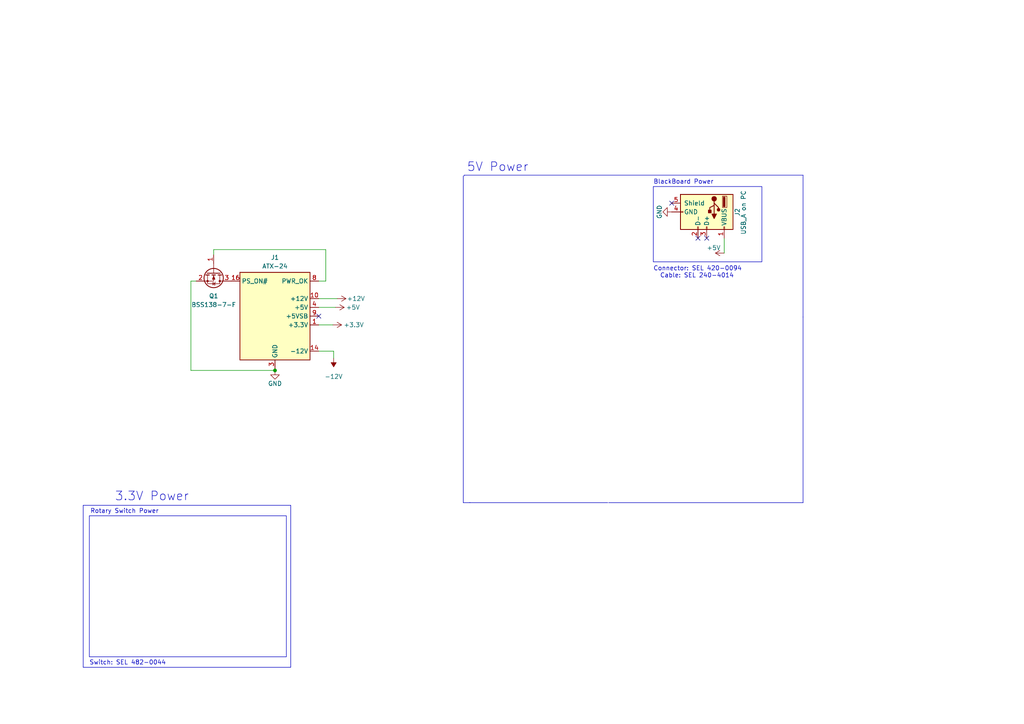
<source format=kicad_sch>
(kicad_sch (version 20230121) (generator eeschema)
  (paper "A4")
  (title_block (title "I/O Power") (date "2023-07-19") (rev "2") (company "Washington State University"))
  (lib_symbols
    (symbol "Connector:ATX-24"
      (property "Reference" "J3" (at 0 17.018 0))
      (property "Value" "ATX-24" (at 0 14.478 0))
      (symbol "ATX-24_0_1"
        (rectangle (start -10.16 12.7) (end 10.16 -12.7) (stroke (width 0.254)) (fill (type background)))
      )
      (symbol "ATX-24_1_1"
        (pin power_out line (at 12.7 -2.54 180) (length 2.54) (name "+3.3V") (number "1"))
        (pin power_out line (at 12.7 5.08 180) (length 2.54) (name "+12V") (number "10"))
        (pin power_out line (at 12.7 -10.16 180) (length 2.54) (name "-12V") (number "14"))
        (pin open_collector line (at -12.7 10.16 0) (length 2.54) (name "PS_ON#") (number "16"))
        (pin power_in line (at 0 -15.24 90) (length 2.54) (name "GND") (number "3"))
        (pin power_out line (at 12.7 2.54 180) (length 2.54) (name "+5V") (number "4"))
        (pin output line (at 12.7 10.16 180) (length 2.54) (name "PWR_OK") (number "8"))
        (pin power_out line (at 12.7 0 180) (length 2.54) (name "+5VSB") (number "9"))
      )
    )
    (symbol "Connector:USB_A" (pin_names (offset 1.016))
      (property "Reference" "J" (at -5.08 11.43 0))
      (property "Value" "USB_A" (at -5.08 8.89 0))
      (symbol "USB_A_0_1"
        (rectangle (start -5.08 -7.62) (end 5.08 7.62) (stroke (width 0.254)) (fill (type background)))
        (circle (center -3.81 2.159) (radius 0.635) (stroke (width 0.254)) (fill (type outline)))
        (rectangle (start -1.524 4.826) (end -4.318 5.334) (fill (type outline)))
        (rectangle (start -1.27 4.572) (end -4.572 5.842))
        (circle (center -0.635 3.429) (radius 0.381) (stroke (width 0.254)) (fill (type outline)))
        (rectangle (start -0.127 -7.62) (end 0.127 -6.858))
        (polyline (pts (xy -3.175 2.159) (xy -2.54 2.159) (xy -1.27 3.429) (xy -0.635 3.429)) (stroke (width 0.254)))
        (polyline (pts (xy -2.54 2.159) (xy -1.905 2.159) (xy -1.27 0.889) (xy 0 0.889)) (stroke (width 0.254)))
        (polyline (pts (xy 0.635 2.794) (xy 0.635 1.524) (xy 1.905 2.159) (xy 0.635 2.794)) (stroke (width 0.254)) (fill (type outline)))
        (rectangle (start 0.254 1.27) (end -0.508 0.508) (stroke (width 0.254)) (fill (type outline)))
        (rectangle (start 5.08 -2.667) (end 4.318 -2.413))
        (rectangle (start 5.08 -0.127) (end 4.318 0.127))
        (rectangle (start 5.08 4.953) (end 4.318 5.207))
      )
      (symbol "USB_A_1_1"
        (polyline (pts (xy -1.905 2.159) (xy 0.635 2.159)) (stroke (width 0.254)))
        (pin power_in line (at 7.62 5.08 180) (length 2.54) (name "VBUS") (number "1"))
        (pin bidirectional line (at 7.62 -2.54 180) (length 2.54) (name "D-") (number "2"))
        (pin bidirectional line (at 7.62 0 180) (length 2.54) (name "D+") (number "3"))
        (pin power_in line (at 0 -10.16 90) (length 2.54) (name "GND") (number "4"))
        (pin passive line (at -2.54 -10.16 90) (length 2.54) (name "Shield") (number "5"))
      )
    )
    (symbol "Transistor_FET:BSS138" (pin_names hide)
      (property "Reference" "Q" (at 5.08 1.905 0))
      (property "Value" "BSS138" (at 5.08 0 0))
      (symbol "BSS138_0_1"
        (polyline (pts (xy 0.254 0) (xy -2.54 0)))
        (polyline (pts (xy 0.254 1.905) (xy 0.254 -1.905)) (stroke (width 0.254)))
        (polyline (pts (xy 0.762 -1.27) (xy 0.762 -2.286)) (stroke (width 0.254)))
        (polyline (pts (xy 0.762 0.508) (xy 0.762 -0.508)) (stroke (width 0.254)))
        (polyline (pts (xy 0.762 2.286) (xy 0.762 1.27)) (stroke (width 0.254)))
        (polyline (pts (xy 2.54 2.54) (xy 2.54 1.778)))
        (polyline (pts (xy 2.54 -2.54) (xy 2.54 0) (xy 0.762 0)))
        (polyline (pts (xy 0.762 -1.778) (xy 3.302 -1.778) (xy 3.302 1.778) (xy 0.762 1.778)))
        (polyline (pts (xy 1.016 0) (xy 2.032 0.381) (xy 2.032 -0.381) (xy 1.016 0)) (fill (type outline)))
        (polyline (pts (xy 2.794 0.508) (xy 2.921 0.381) (xy 3.683 0.381) (xy 3.81 0.254)))
        (polyline (pts (xy 3.302 0.381) (xy 2.921 -0.254) (xy 3.683 -0.254) (xy 3.302 0.381)))
        (circle (center 1.651 0) (radius 2.794) (stroke (width 0.254)))
        (circle (center 2.54 -1.778) (radius 0.254) (fill (type outline)))
        (circle (center 2.54 1.778) (radius 0.254) (fill (type outline)))
      )
      (symbol "BSS138_1_1"
        (pin input line (at -5.08 0 0) (length 2.54) (name "G") (number "1"))
        (pin passive line (at 2.54 -5.08 90) (length 2.54) (name "S") (number "2"))
        (pin passive line (at 2.54 5.08 270) (length 2.54) (name "D") (number "3"))
      )
    )
    (symbol "power:+12V" (power) (pin_names (offset 0))
      (property "Value" "+12V" (at 0 3.556 0))
      (symbol "+12V_0_1"
        (polyline (pts (xy -0.762 1.27) (xy 0 2.54)))
        (polyline (pts (xy 0 0) (xy 0 2.54)))
        (polyline (pts (xy 0 2.54) (xy 0.762 1.27)))
      )
      (symbol "+12V_1_1"
        (pin power_in line (at 0 0 90) (length 0) hide (name "+12V") (number "1"))
      )
    )
    (symbol "power:+3.3V" (power) (pin_names (offset 0))
      (property "Value" "+3.3V" (at 0 3.556 0))
      (symbol "+3.3V_0_1"
        (polyline (pts (xy -0.762 1.27) (xy 0 2.54)))
        (polyline (pts (xy 0 0) (xy 0 2.54)))
        (polyline (pts (xy 0 2.54) (xy 0.762 1.27)))
      )
      (symbol "+3.3V_1_1"
        (pin power_in line (at 0 0 90) (length 0) hide (name "+3.3V") (number "1"))
      )
    )
    (symbol "power:+5V" (power) (pin_names (offset 0))
      (property "Value" "+5V" (at 0 3.556 0))
      (symbol "+5V_0_1"
        (polyline (pts (xy -0.762 1.27) (xy 0 2.54)))
        (polyline (pts (xy 0 0) (xy 0 2.54)))
        (polyline (pts (xy 0 2.54) (xy 0.762 1.27)))
      )
      (symbol "+5V_1_1"
        (pin power_in line (at 0 0 90) (length 0) hide (name "+5V") (number "1"))
      )
    )
    (symbol "power:-12V" (power) (pin_names (offset 0))
      (property "Value" "-12V" (at 0 3.81 0))
      (symbol "-12V_0_0"
        (pin power_in line (at 0 0 90) (length 0) hide (name "-12V") (number "1"))
      )
      (symbol "-12V_0_1"
        (polyline (pts (xy 0 0) (xy 0 1.27) (xy 0.762 1.27) (xy 0 2.54) (xy -0.762 1.27) (xy 0 1.27)) (fill (type outline)))
      )
    )
    (symbol "power:GND" (power) (pin_names (offset 0))
      (property "Value" "GND" (at 0 -3.81 0))
      (symbol "GND_0_1"
        (polyline (pts (xy 0 0) (xy 0 -1.27) (xy 1.27 -1.27) (xy 0 -2.54) (xy -1.27 -1.27) (xy 0 -1.27)))
      )
      (symbol "GND_1_1"
        (pin power_in line (at 0 0 270) (length 0) hide (name "GND") (number "1"))
      )
    )
  )
  (junction (at 79.756 107.442))
  (no_connect (at 202.438 69.088))
  (no_connect (at 204.978 69.088))
  (no_connect (at 92.456 91.694))
  (no_connect (at 194.818 58.928))
  (polyline (pts (xy 232.918 145.796) (xy 232.918 91.948)))
  (polyline (pts (xy 24.13 146.558) (xy 24.13 193.548)))
  (polyline (pts (xy 136.144 145.796) (xy 176.276 145.796)))
  (wire (pts (xy 96.52 94.234) (xy 92.456 94.234)))
  (wire (pts (xy 210.058 69.088) (xy 210.058 73.406)))
  (wire (pts (xy 94.488 72.39) (xy 94.488 81.534)))
  (wire (pts (xy 61.976 72.39) (xy 94.488 72.39)))
  (wire (pts (xy 55.372 81.534) (xy 55.372 107.442)))
  (wire (pts (xy 92.456 101.854) (xy 96.774 101.854)))
  (wire (pts (xy 97.282 89.154) (xy 92.456 89.154)))
  (polyline (pts (xy 24.13 193.548) (xy 84.328 193.548)))
  (polyline (pts (xy 134.366 51.054) (xy 134.366 145.796)))
  (wire (pts (xy 94.488 81.534) (xy 92.456 81.534)))
  (wire (pts (xy 97.79 86.614) (xy 92.456 86.614)))
  (polyline (pts (xy 232.918 145.796) (xy 176.53 145.796)))
  (polyline (pts (xy 24.13 146.558) (xy 84.328 146.558)))
  (polyline (pts (xy 84.328 146.558) (xy 84.328 193.548)))
  (wire (pts (xy 96.774 101.854) (xy 96.774 103.886)))
  (wire (pts (xy 61.976 72.39) (xy 61.976 73.914)))
  (polyline (pts (xy 232.918 50.8) (xy 134.62 50.8)))
  (wire (pts (xy 79.756 107.442) (xy 79.756 106.934)))
  (polyline (pts (xy 134.62 50.8) (xy 134.62 51.054)))
  (wire (pts (xy 55.372 81.534) (xy 56.896 81.534)))
  (polyline (pts (xy 232.918 50.8) (xy 232.918 91.948)))
  (polyline (pts (xy 134.366 145.796) (xy 136.398 145.796)))
  (wire (pts (xy 55.372 107.442) (xy 79.756 107.442)))
  (rectangle (start 189.484 54.102) (end 220.98 75.946))
  (rectangle (start 25.908 149.606) (end 83.058 190.5))
  (text "5V Power" (at 135.382 50.038 0) (effects (font (size 2.54 2.54)) (justify left bottom)))
  (text "Switch: SEL 482-0044" (at 25.908 193.04 0) (effects (font (size 1.27 1.27)) (justify left bottom)))
  (text "Connector: SEL 420-0094\n  Cable: SEL 240-4014" (at 189.484 80.772 0) (effects (font (size 1.27 1.27)) (justify left bottom)))
  (text "Rotary Switch Power" (at 26.162 149.098 0) (effects (font (size 1.27 1.27)) (justify left bottom)))
  (text "3.3V Power" (at 33.274 145.542 0) (effects (font (size 2.54 2.54)) (justify left bottom)))
  (text "BlackBoard Power\n" (at 207.01 53.594 0) (effects (font (size 1.27 1.27)) (justify right bottom)))
  (symbol (lib_id "power:+12V") (at 97.79 86.614 270) (unit 1)
    (property "Reference" "#PWR025" (effects hide))
    (property "Value" "+12V" (at 100.584 86.614 90) (effects (justify left)))
  )
  (symbol (lib_id "Connector:ATX-24") (at 79.756 91.694 0) (unit 1)
    (property "Reference" "J1" (at 79.756 74.676 0))
    (property "Value" "ATX-24" (at 79.756 77.216 0))
    (property "SEL P/N" "N/A" (effects hide))
  )
  (symbol (lib_id "power:+3.3V") (at 96.52 94.234 270) (unit 1)
    (property "Reference" "#PWR024" (effects hide))
    (property "Value" "+3.3V" (at 102.616 94.234 90))
  )
  (symbol (lib_id "Transistor_FET:BSS138") (at 61.976 78.994 270) (unit 1)
    (property "Reference" "Q1" (at 61.976 85.852 90))
    (property "Value" "BSS138-7-F" (at 61.976 88.392 90))
    (property "Footprint" "Package_TO_SOT_SMD:SOT-23" (effects hide))
    (property "Datasheet" "https://www.onsemi.com/pub/Collateral/BSS138-D.PDF" (effects hide))
  )
  (symbol (lib_id "power:-12V") (at 96.774 103.886 180) (unit 1)
    (property "Reference" "#PWR021" (effects hide))
    (property "Value" "-12V" (at 96.774 109.22 0))
  )
  (symbol (lib_id "power:GND") (at 194.818 61.468 270) (unit 1)
    (property "Reference" "#PWR01" (effects hide))
    (property "Value" "GND" (at 191.262 61.468 0))
  )
  (symbol (lib_id "Connector:USB_A") (at 204.978 61.468 270) (unit 1)
    (property "Reference" "J2" (at 213.868 62.738 0) (effects (justify right)))
    (property "Value" "USB_A on PC" (at 215.646 68.072 0) (effects (justify right)))
    (property "Footprint" "Connector_USB:USB3_A_Molex_48393-001" (effects hide))
    (property "Datasheet" " ~" (effects hide))
  )
  (symbol (lib_id "power:+5V") (at 210.058 73.406 90) (unit 1)
    (property "Reference" "#PWR016" (effects hide))
    (property "Value" "+5V" (at 209.042 71.882 90) (effects (justify left)))
  )
  (symbol (lib_id "power:GND") (at 79.756 107.442 0) (unit 1)
    (property "Reference" "#PWR07" (effects hide))
    (property "Value" "GND" (at 79.756 111.252 0))
  )
  (symbol (lib_id "power:+5V") (at 97.282 89.154 270) (unit 1)
    (property "Reference" "#PWR018" (effects hide))
    (property "Value" "+5V" (at 100.33 89.154 90) (effects (justify left)))
  )
)
</source>
